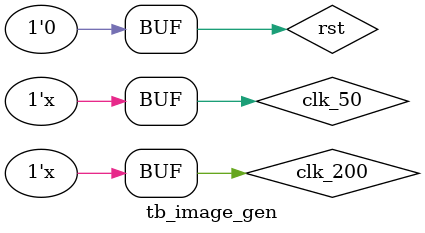
<source format=v>
`timescale 1ns / 1ps


module tb_image_gen(

    );

reg clk_50;
reg clk_200;
reg rst;

wire [3:0] lvds_clk_p ;
wire [3:0] lvds_clk_n ;
wire [15:0] lvds_data_p;
wire [15:0] lvds_data_n;


 
image_gen_top uut(
.CLK_50M_I(clk_50),
.RESET_I(rst),
.lvds_clk_p (lvds_clk_p) ,//[PORT_NUM-1:0]
.lvds_clk_n (lvds_clk_n) ,//[PORT_NUM-1:0] 
.lvds_data_p(lvds_data_p),//[LANE_NUM*PORT_NUM-1:0]
.lvds_data_n(lvds_data_n)//[LANE_NUM*PORT_NUM-1:0]

);  


image_parse_top
#( .PIXELS_PER_CLOCK ( 4 ))
uut2
(
.ref_clk(clk_200),//200M
.rst(rst),
.lvds_clk_p(lvds_clk_p),
.lvds_clk_n(lvds_clk_n),
.lvds_data_p(lvds_data_p),
.lvds_data_n(lvds_data_n),
.pixel_clk_o(pixel_clk),
.pixel_clk_locked_o(pixel_clk_locked),
.de_o(),
.vs_o(),
.hs_o(),
.r_o(),
.g_o(),
.b_o()

);


  
always #2.5 clk_200 = ~clk_200;
always #20 clk_50 = ~clk_50;
  
initial begin
rst=1;
clk_50=0;
clk_200 = 0;
#500;
rst =0;


   
    
end   
    
    
endmodule

</source>
